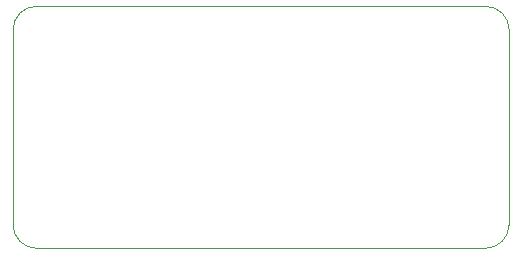
<source format=gbr>
%TF.GenerationSoftware,KiCad,Pcbnew,7.0.6*%
%TF.CreationDate,2024-02-06T14:07:09+09:00*%
%TF.ProjectId,CO2_sensor,434f325f-7365-46e7-936f-722e6b696361,rev?*%
%TF.SameCoordinates,Original*%
%TF.FileFunction,Profile,NP*%
%FSLAX46Y46*%
G04 Gerber Fmt 4.6, Leading zero omitted, Abs format (unit mm)*
G04 Created by KiCad (PCBNEW 7.0.6) date 2024-02-06 14:07:09*
%MOMM*%
%LPD*%
G01*
G04 APERTURE LIST*
%TA.AperFunction,Profile*%
%ADD10C,0.100000*%
%TD*%
G04 APERTURE END LIST*
D10*
X166250000Y-110000000D02*
G75*
G03*
X164250000Y-112000000I0J-2000000D01*
G01*
X206250000Y-112000000D02*
G75*
G03*
X204250000Y-110000000I-2000000J0D01*
G01*
X204250000Y-130500000D02*
G75*
G03*
X206250000Y-128500000I0J2000000D01*
G01*
X206250000Y-128500000D02*
X206250000Y-112000000D01*
X204250000Y-110000000D02*
X166250000Y-110000000D01*
X164250000Y-112000000D02*
X164250000Y-128500000D01*
X166250000Y-130500000D02*
X204250000Y-130500000D01*
X164250000Y-128500000D02*
G75*
G03*
X166250000Y-130500000I2000000J0D01*
G01*
M02*

</source>
